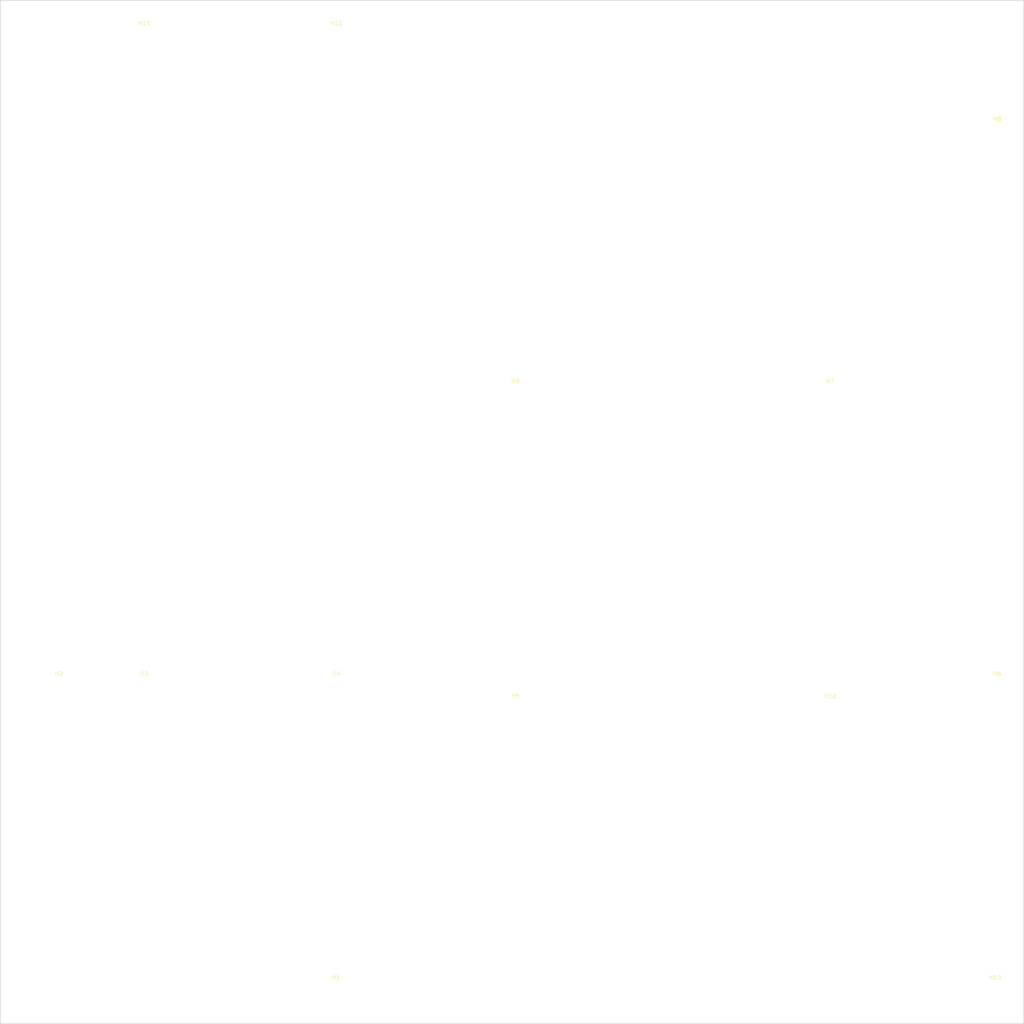
<source format=kicad_pcb>
(kicad_pcb (version 20171130) (host pcbnew 5.1.5)

  (general
    (thickness 1.6)
    (drawings 33)
    (tracks 0)
    (zones 0)
    (modules 13)
    (nets 1)
  )

  (page A4)
  (layers
    (0 F.Cu signal)
    (31 B.Cu signal)
    (32 B.Adhes user)
    (33 F.Adhes user)
    (34 B.Paste user)
    (35 F.Paste user)
    (36 B.SilkS user)
    (37 F.SilkS user)
    (38 B.Mask user)
    (39 F.Mask user)
    (40 Dwgs.User user)
    (41 Cmts.User user)
    (42 Eco1.User user)
    (43 Eco2.User user)
    (44 Edge.Cuts user)
    (45 Margin user)
    (46 B.CrtYd user)
    (47 F.CrtYd user)
    (48 B.Fab user)
    (49 F.Fab user)
  )

  (setup
    (last_trace_width 0.25)
    (trace_clearance 0.2)
    (zone_clearance 0.508)
    (zone_45_only no)
    (trace_min 0.2)
    (via_size 0.8)
    (via_drill 0.4)
    (via_min_size 0.4)
    (via_min_drill 0.3)
    (uvia_size 0.3)
    (uvia_drill 0.1)
    (uvias_allowed no)
    (uvia_min_size 0.2)
    (uvia_min_drill 0.1)
    (edge_width 0.05)
    (segment_width 0.2)
    (pcb_text_width 0.3)
    (pcb_text_size 1.5 1.5)
    (mod_edge_width 0.12)
    (mod_text_size 1 1)
    (mod_text_width 0.15)
    (pad_size 1.524 1.524)
    (pad_drill 0.762)
    (pad_to_mask_clearance 0.051)
    (solder_mask_min_width 0.25)
    (aux_axis_origin 0 0)
    (visible_elements FFFFFF7F)
    (pcbplotparams
      (layerselection 0x010fc_ffffffff)
      (usegerberextensions false)
      (usegerberattributes false)
      (usegerberadvancedattributes false)
      (creategerberjobfile false)
      (excludeedgelayer true)
      (linewidth 0.100000)
      (plotframeref false)
      (viasonmask false)
      (mode 1)
      (useauxorigin false)
      (hpglpennumber 1)
      (hpglpenspeed 20)
      (hpglpendiameter 15.000000)
      (psnegative false)
      (psa4output false)
      (plotreference true)
      (plotvalue true)
      (plotinvisibletext false)
      (padsonsilk false)
      (subtractmaskfromsilk false)
      (outputformat 1)
      (mirror false)
      (drillshape 1)
      (scaleselection 1)
      (outputdirectory ""))
  )

  (net 0 "")

  (net_class Default "This is the default net class."
    (clearance 0.2)
    (trace_width 0.25)
    (via_dia 0.8)
    (via_drill 0.4)
    (uvia_dia 0.3)
    (uvia_drill 0.1)
  )

  (module MountingHole:MountingHole_3.7mm (layer F.Cu) (tedit 56D1B4CB) (tstamp 5E4A227D)
    (at 252.73 252.476)
    (descr "Mounting Hole 3.7mm, no annular")
    (tags "mounting hole 3.7mm no annular")
    (path /5E51A2BB)
    (attr virtual)
    (fp_text reference H13 (at 0 -4.7) (layer F.SilkS)
      (effects (font (size 1 1) (thickness 0.15)))
    )
    (fp_text value MountingHole (at 0 4.7) (layer F.Fab)
      (effects (font (size 1 1) (thickness 0.15)))
    )
    (fp_circle (center 0 0) (end 3.95 0) (layer F.CrtYd) (width 0.05))
    (fp_circle (center 0 0) (end 3.7 0) (layer Cmts.User) (width 0.15))
    (fp_text user %R (at 0.3 0) (layer F.Fab)
      (effects (font (size 1 1) (thickness 0.15)))
    )
    (pad 1 np_thru_hole circle (at 0 0) (size 3.7 3.7) (drill 3.7) (layers *.Cu *.Mask))
  )

  (module MountingHole:MountingHole_3.7mm (layer F.Cu) (tedit 56D1B4CB) (tstamp 5E4A221A)
    (at 213.46 185.46)
    (descr "Mounting Hole 3.7mm, no annular")
    (tags "mounting hole 3.7mm no annular")
    (path /5E519E3F)
    (attr virtual)
    (fp_text reference H12 (at 0 -4.7) (layer F.SilkS)
      (effects (font (size 1 1) (thickness 0.15)))
    )
    (fp_text value MountingHole (at 0 4.7) (layer F.Fab)
      (effects (font (size 1 1) (thickness 0.15)))
    )
    (fp_circle (center 0 0) (end 3.95 0) (layer F.CrtYd) (width 0.05))
    (fp_circle (center 0 0) (end 3.7 0) (layer Cmts.User) (width 0.15))
    (fp_text user %R (at 0.3 0) (layer F.Fab)
      (effects (font (size 1 1) (thickness 0.15)))
    )
    (pad 1 np_thru_hole circle (at 0 0) (size 3.7 3.7) (drill 3.7) (layers *.Cu *.Mask))
  )

  (module MountingHole:MountingHole_3.7mm (layer F.Cu) (tedit 56D1B4CB) (tstamp 5E4A21AE)
    (at 50.038 25.146)
    (descr "Mounting Hole 3.7mm, no annular")
    (tags "mounting hole 3.7mm no annular")
    (path /5E51996E)
    (attr virtual)
    (fp_text reference H11 (at 0 -4.7) (layer F.SilkS)
      (effects (font (size 1 1) (thickness 0.15)))
    )
    (fp_text value MountingHole (at 0 4.7) (layer F.Fab)
      (effects (font (size 1 1) (thickness 0.15)))
    )
    (fp_circle (center 0 0) (end 3.95 0) (layer F.CrtYd) (width 0.05))
    (fp_circle (center 0 0) (end 3.7 0) (layer Cmts.User) (width 0.15))
    (fp_text user %R (at 0.3 0) (layer F.Fab)
      (effects (font (size 1 1) (thickness 0.15)))
    )
    (pad 1 np_thru_hole circle (at 0 0) (size 3.7 3.7) (drill 3.7) (layers *.Cu *.Mask))
  )

  (module MountingHole:MountingHole_3.7mm (layer F.Cu) (tedit 56D1B4CB) (tstamp 5E4A21F3)
    (at 95.758 25.146)
    (descr "Mounting Hole 3.7mm, no annular")
    (tags "mounting hole 3.7mm no annular")
    (path /5E5191A2)
    (attr virtual)
    (fp_text reference H10 (at 0 -4.7) (layer F.SilkS)
      (effects (font (size 1 1) (thickness 0.15)))
    )
    (fp_text value MountingHole (at 0 4.7) (layer F.Fab)
      (effects (font (size 1 1) (thickness 0.15)))
    )
    (fp_circle (center 0 0) (end 3.95 0) (layer F.CrtYd) (width 0.05))
    (fp_circle (center 0 0) (end 3.7 0) (layer Cmts.User) (width 0.15))
    (fp_text user %R (at 0.3 0) (layer F.Fab)
      (effects (font (size 1 1) (thickness 0.15)))
    )
    (pad 1 np_thru_hole circle (at 0 0) (size 3.7 3.7) (drill 3.7) (layers *.Cu *.Mask))
  )

  (module MountingHole:MountingHole_3.7mm (layer F.Cu) (tedit 56D1B4CB) (tstamp 5E4A2228)
    (at 138.46 110.46)
    (descr "Mounting Hole 3.7mm, no annular")
    (tags "mounting hole 3.7mm no annular")
    (path /5E51A2B5)
    (attr virtual)
    (fp_text reference H9 (at 0 -4.7) (layer F.SilkS)
      (effects (font (size 1 1) (thickness 0.15)))
    )
    (fp_text value MountingHole (at 0 4.7) (layer F.Fab)
      (effects (font (size 1 1) (thickness 0.15)))
    )
    (fp_circle (center 0 0) (end 3.95 0) (layer F.CrtYd) (width 0.05))
    (fp_circle (center 0 0) (end 3.7 0) (layer Cmts.User) (width 0.15))
    (fp_text user %R (at 0.3 0) (layer F.Fab)
      (effects (font (size 1 1) (thickness 0.15)))
    )
    (pad 1 np_thru_hole circle (at 0 0) (size 3.7 3.7) (drill 3.7) (layers *.Cu *.Mask))
  )

  (module MountingHole:MountingHole_3.7mm (layer F.Cu) (tedit 56D1B4CB) (tstamp 5E4A21EC)
    (at 253.238 48.006)
    (descr "Mounting Hole 3.7mm, no annular")
    (tags "mounting hole 3.7mm no annular")
    (path /5E519E39)
    (attr virtual)
    (fp_text reference H8 (at 0 -4.7) (layer F.SilkS)
      (effects (font (size 1 1) (thickness 0.15)))
    )
    (fp_text value MountingHole (at 0 4.7) (layer F.Fab)
      (effects (font (size 1 1) (thickness 0.15)))
    )
    (fp_circle (center 0 0) (end 3.95 0) (layer F.CrtYd) (width 0.05))
    (fp_circle (center 0 0) (end 3.7 0) (layer Cmts.User) (width 0.15))
    (fp_text user %R (at 0.3 0) (layer F.Fab)
      (effects (font (size 1 1) (thickness 0.15)))
    )
    (pad 1 np_thru_hole circle (at 0 0) (size 3.7 3.7) (drill 3.7) (layers *.Cu *.Mask))
  )

  (module MountingHole:MountingHole_3.7mm (layer F.Cu) (tedit 56D1B4CB) (tstamp 5E4A2221)
    (at 213.46 110.46)
    (descr "Mounting Hole 3.7mm, no annular")
    (tags "mounting hole 3.7mm no annular")
    (path /5E519968)
    (attr virtual)
    (fp_text reference H7 (at 0 -4.7) (layer F.SilkS)
      (effects (font (size 1 1) (thickness 0.15)))
    )
    (fp_text value MountingHole (at 0 4.7) (layer F.Fab)
      (effects (font (size 1 1) (thickness 0.15)))
    )
    (fp_circle (center 0 0) (end 3.95 0) (layer F.CrtYd) (width 0.05))
    (fp_circle (center 0 0) (end 3.7 0) (layer Cmts.User) (width 0.15))
    (fp_text user %R (at 0.3 0) (layer F.Fab)
      (effects (font (size 1 1) (thickness 0.15)))
    )
    (pad 1 np_thru_hole circle (at 0 0) (size 3.7 3.7) (drill 3.7) (layers *.Cu *.Mask))
  )

  (module MountingHole:MountingHole_3.7mm (layer F.Cu) (tedit 56D1B4CB) (tstamp 5E4A228B)
    (at 253.238 180.086)
    (descr "Mounting Hole 3.7mm, no annular")
    (tags "mounting hole 3.7mm no annular")
    (path /5E518FE5)
    (attr virtual)
    (fp_text reference H6 (at 0 -4.7) (layer F.SilkS)
      (effects (font (size 1 1) (thickness 0.15)))
    )
    (fp_text value MountingHole (at 0 4.7) (layer F.Fab)
      (effects (font (size 1 1) (thickness 0.15)))
    )
    (fp_circle (center 0 0) (end 3.95 0) (layer F.CrtYd) (width 0.05))
    (fp_circle (center 0 0) (end 3.7 0) (layer Cmts.User) (width 0.15))
    (fp_text user %R (at 0.3 0) (layer F.Fab)
      (effects (font (size 1 1) (thickness 0.15)))
    )
    (pad 1 np_thru_hole circle (at 0 0) (size 3.7 3.7) (drill 3.7) (layers *.Cu *.Mask))
  )

  (module MountingHole:MountingHole_3.7mm (layer F.Cu) (tedit 56D1B4CB) (tstamp 5E4A21B5)
    (at 138.46 185.46)
    (descr "Mounting Hole 3.7mm, no annular")
    (tags "mounting hole 3.7mm no annular")
    (path /5E51A531)
    (attr virtual)
    (fp_text reference H5 (at 0 -4.7) (layer F.SilkS)
      (effects (font (size 1 1) (thickness 0.15)))
    )
    (fp_text value MountingHole (at 0 4.7) (layer F.Fab)
      (effects (font (size 1 1) (thickness 0.15)))
    )
    (fp_circle (center 0 0) (end 3.95 0) (layer F.CrtYd) (width 0.05))
    (fp_circle (center 0 0) (end 3.7 0) (layer Cmts.User) (width 0.15))
    (fp_text user %R (at 0.3 0) (layer F.Fab)
      (effects (font (size 1 1) (thickness 0.15)))
    )
    (pad 1 np_thru_hole circle (at 0 0) (size 3.7 3.7) (drill 3.7) (layers *.Cu *.Mask))
  )

  (module MountingHole:MountingHole_3.7mm (layer F.Cu) (tedit 56D1B4CB) (tstamp 5E4A2256)
    (at 95.758 180.086)
    (descr "Mounting Hole 3.7mm, no annular")
    (tags "mounting hole 3.7mm no annular")
    (path /5E51A2AF)
    (attr virtual)
    (fp_text reference H4 (at 0 -4.7) (layer F.SilkS)
      (effects (font (size 1 1) (thickness 0.15)))
    )
    (fp_text value MountingHole (at 0 4.7) (layer F.Fab)
      (effects (font (size 1 1) (thickness 0.15)))
    )
    (fp_circle (center 0 0) (end 3.95 0) (layer F.CrtYd) (width 0.05))
    (fp_circle (center 0 0) (end 3.7 0) (layer Cmts.User) (width 0.15))
    (fp_text user %R (at 0.3 0) (layer F.Fab)
      (effects (font (size 1 1) (thickness 0.15)))
    )
    (pad 1 np_thru_hole circle (at 0 0) (size 3.7 3.7) (drill 3.7) (layers *.Cu *.Mask))
  )

  (module MountingHole:MountingHole_3.7mm (layer F.Cu) (tedit 56D1B4CB) (tstamp 5E4A223F)
    (at 50.038 180.086)
    (descr "Mounting Hole 3.7mm, no annular")
    (tags "mounting hole 3.7mm no annular")
    (path /5E519E33)
    (attr virtual)
    (fp_text reference H3 (at 0 -4.7) (layer F.SilkS)
      (effects (font (size 1 1) (thickness 0.15)))
    )
    (fp_text value MountingHole (at 0 4.7) (layer F.Fab)
      (effects (font (size 1 1) (thickness 0.15)))
    )
    (fp_circle (center 0 0) (end 3.95 0) (layer F.CrtYd) (width 0.05))
    (fp_circle (center 0 0) (end 3.7 0) (layer Cmts.User) (width 0.15))
    (fp_text user %R (at 0.3 0) (layer F.Fab)
      (effects (font (size 1 1) (thickness 0.15)))
    )
    (pad 1 np_thru_hole circle (at 0 0) (size 3.7 3.7) (drill 3.7) (layers *.Cu *.Mask))
  )

  (module MountingHole:MountingHole_3.7mm (layer F.Cu) (tedit 56D1B4CB) (tstamp 5E4A21A7)
    (at 29.718 180.086)
    (descr "Mounting Hole 3.7mm, no annular")
    (tags "mounting hole 3.7mm no annular")
    (path /5E519962)
    (attr virtual)
    (fp_text reference H2 (at 0 -4.7) (layer F.SilkS)
      (effects (font (size 1 1) (thickness 0.15)))
    )
    (fp_text value MountingHole (at 0 4.7) (layer F.Fab)
      (effects (font (size 1 1) (thickness 0.15)))
    )
    (fp_circle (center 0 0) (end 3.95 0) (layer F.CrtYd) (width 0.05))
    (fp_circle (center 0 0) (end 3.7 0) (layer Cmts.User) (width 0.15))
    (fp_text user %R (at 0.3 0) (layer F.Fab)
      (effects (font (size 1 1) (thickness 0.15)))
    )
    (pad 1 np_thru_hole circle (at 0 0) (size 3.7 3.7) (drill 3.7) (layers *.Cu *.Mask))
  )

  (module MountingHole:MountingHole_3.7mm (layer F.Cu) (tedit 56D1B4CB) (tstamp 5E4A2284)
    (at 95.758 252.476)
    (descr "Mounting Hole 3.7mm, no annular")
    (tags "mounting hole 3.7mm no annular")
    (path /5E518EB9)
    (attr virtual)
    (fp_text reference H1 (at 0 -4.7) (layer F.SilkS)
      (effects (font (size 1 1) (thickness 0.15)))
    )
    (fp_text value MountingHole (at 0 4.7) (layer F.Fab)
      (effects (font (size 1 1) (thickness 0.15)))
    )
    (fp_circle (center 0 0) (end 3.95 0) (layer F.CrtYd) (width 0.05))
    (fp_circle (center 0 0) (end 3.7 0) (layer Cmts.User) (width 0.15))
    (fp_text user %R (at 0.3 0) (layer F.Fab)
      (effects (font (size 1 1) (thickness 0.15)))
    )
    (pad 1 np_thru_hole circle (at 0 0) (size 3.7 3.7) (drill 3.7) (layers *.Cu *.Mask))
  )

  (gr_line (start 15.748 14.986) (end 259.588 14.986) (layer Edge.Cuts) (width 0.15) (tstamp 5E4A22B2))
  (gr_line (start 259.588 14.986) (end 259.588 258.826) (layer Edge.Cuts) (width 0.15) (tstamp 5E4A22B1))
  (gr_line (start 259.588 258.826) (end 15.748 258.826) (layer Edge.Cuts) (width 0.15) (tstamp 5E4A22B0))
  (gr_line (start 15.748 258.826) (end 15.748 14.986) (layer Edge.Cuts) (width 0.15) (tstamp 5E4A22AF))
  (gr_line (start 36.322 40.132) (end 31.623 40.132) (layer F.Fab) (width 0.2) (tstamp 5E4A22AE))
  (gr_line (start 76.962 40.132) (end 72.263 40.132) (layer F.Fab) (width 0.2) (tstamp 5E4A22AD))
  (gr_line (start 81.661 175.006) (end 81.661 40.132) (layer F.Fab) (width 0.2) (tstamp 5E4A22AC))
  (gr_line (start 76.962 175.006) (end 81.661 175.006) (layer F.Fab) (width 0.2) (tstamp 5E4A22AB))
  (gr_line (start 98.171 40.132) (end 96.393 40.132) (layer F.Fab) (width 0.2) (tstamp 5E4A22AA))
  (gr_line (start 101.981 175.006) (end 101.981 40.132) (layer F.Fab) (width 0.2) (tstamp 5E4A22A9))
  (gr_line (start 92.583 40.132) (end 92.583 175.006) (layer F.Fab) (width 0.2) (tstamp 5E4A22A8))
  (gr_line (start 72.263 40.132) (end 72.263 175.006) (layer F.Fab) (width 0.2) (tstamp 5E4A22A7))
  (gr_line (start 31.623 40.132) (end 31.623 175.006) (layer F.Fab) (width 0.2) (tstamp 5E4A22A6))
  (gr_line (start 31.623 175.006) (end 36.322 175.006) (layer F.Fab) (width 0.2) (tstamp 5E4A22A5))
  (gr_line (start 36.322 175.006) (end 41.021 175.006) (layer F.Fab) (width 0.2) (tstamp 5E4A22A4))
  (gr_line (start 41.021 175.006) (end 41.021 40.132) (layer F.Fab) (width 0.2) (tstamp 5E4A22A3))
  (gr_line (start 41.021 40.132) (end 36.322 40.132) (layer F.Fab) (width 0.2) (tstamp 5E4A22A2))
  (gr_line (start 61.341 40.132) (end 56.642 40.132) (layer F.Fab) (width 0.2) (tstamp 5E4A22A1))
  (gr_line (start 56.642 40.132) (end 51.943 40.132) (layer F.Fab) (width 0.2) (tstamp 5E4A22A0))
  (gr_line (start 72.263 175.006) (end 76.962 175.006) (layer F.Fab) (width 0.2) (tstamp 5E4A229F))
  (gr_line (start 97.282 175.006) (end 101.981 175.006) (layer F.Fab) (width 0.2) (tstamp 5E4A229E))
  (gr_line (start 92.583 175.006) (end 97.282 175.006) (layer F.Fab) (width 0.2) (tstamp 5E4A229D))
  (gr_text PCIE (at 35.941 106.934) (layer F.Fab) (tstamp 5E4A229C)
    (effects (font (size 1.5 1.5) (thickness 0.3)))
  )
  (gr_text PCIE (at 56.896 107.315) (layer F.Fab) (tstamp 5E4A229B)
    (effects (font (size 1.5 1.5) (thickness 0.3)))
  )
  (gr_text PCIE (at 76.962 106.934) (layer F.Fab) (tstamp 5E4A229A)
    (effects (font (size 1.5 1.5) (thickness 0.3)))
  )
  (gr_text PCIE (at 97.663 107.315) (layer F.Fab) (tstamp 5E4A2299)
    (effects (font (size 1.5 1.5) (thickness 0.3)))
  )
  (gr_line (start 61.341 175.006) (end 61.341 40.132) (layer F.Fab) (width 0.2) (tstamp 5E4A2298))
  (gr_line (start 56.642 175.006) (end 61.341 175.006) (layer F.Fab) (width 0.2) (tstamp 5E4A2297))
  (gr_line (start 51.943 175.006) (end 56.642 175.006) (layer F.Fab) (width 0.2) (tstamp 5E4A2296))
  (gr_line (start 51.943 40.132) (end 51.943 175.006) (layer F.Fab) (width 0.2) (tstamp 5E4A2295))
  (gr_line (start 101.981 40.132) (end 97.282 40.132) (layer F.Fab) (width 0.2) (tstamp 5E4A2294))
  (gr_line (start 97.282 40.132) (end 92.583 40.132) (layer F.Fab) (width 0.2) (tstamp 5E4A2293))
  (gr_line (start 81.661 40.132) (end 76.962 40.132) (layer F.Fab) (width 0.2) (tstamp 5E4A2292))

)

</source>
